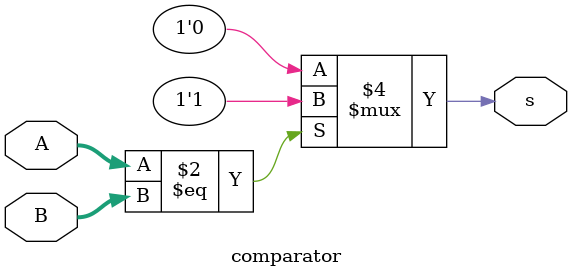
<source format=v>
module comparator(A, B, s);
	input [3:0] A, B;
	output reg s;
	
	always @(A, B)
	begin
		if (A == B)
			s = 1;
		else
			s = 0;
	end
	
endmodule
</source>
